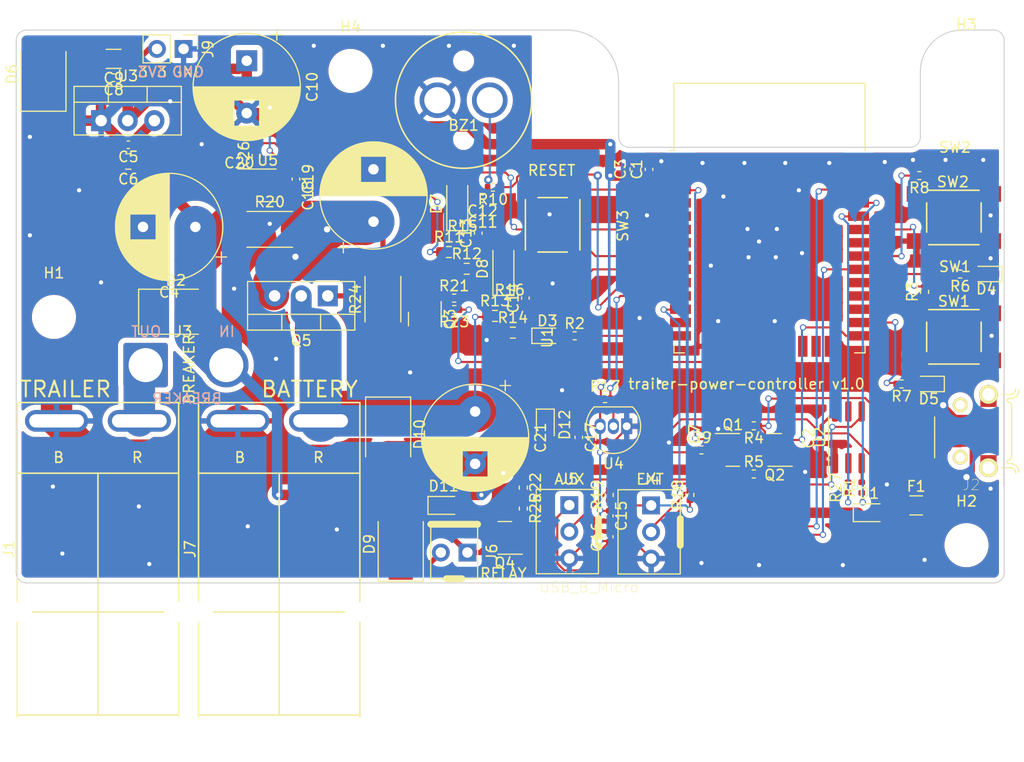
<source format=kicad_pcb>
(kicad_pcb (version 20211014) (generator pcbnew)
  (layers (0 "F.Cu" signal) (31 "B.Cu" signal) (34 "B.Paste" user) (35 "F.Paste" user) (36 "B.SilkS" user "B.Silkscreen") (37 "F.SilkS" user "F.Silkscreen") (38 "B.Mask" user) (39 "F.Mask" user) (44 "Edge.Cuts" user))
  (net 0 "")
  (net 1 "Net-(BZ1-Pad1)")
  (net 2 "GND")
  (net 3 "+3V3")
  (net 4 "/VEHICLE+")
  (net 5 "/EN")
  (net 6 "/VEHICLE_SENSE")
  (net 7 "/BATTERY_SENSE")
  (net 8 "Net-(C18-Pad1)")
  (net 9 "/LOAD_SENSE")
  (net 10 "/BATTERY+")
  (net 11 "Net-(D1-Pad2)")
  (net 12 "Net-(D3-Pad2)")
  (net 13 "Net-(D4-Pad2)")
  (net 14 "Net-(D5-Pad2)")
  (net 15 "Net-(D7-Pad1)")
  (net 16 "Net-(D8-Pad1)")
  (net 17 "/RELAY_OUT")
  (net 18 "Net-(J1-Pad1)")
  (net 19 "/USB_DP")
  (net 21 "/TEMP_EXTERNAL")
  (net 22 "/TEMP_AUX")
  (net 23 "Net-(Q1-Pad1)")
  (net 24 "/USB_RTS")
  (net 25 "Net-(Q2-Pad1)")
  (net 26 "/IO0")
  (net 27 "/USB_DTR")
  (net 28 "Net-(Q3-Pad1)")
  (net 29 "Net-(Q3-Pad3)")
  (net 30 "Net-(Q4-Pad1)")
  (net 31 "Net-(R1-Pad1)")
  (net 32 "/USB_RX")
  (net 33 "Net-(R2-Pad2)")
  (net 34 "Net-(R3-Pad1)")
  (net 35 "Net-(R3-Pad2)")
  (net 36 "Net-(R6-Pad2)")
  (net 37 "Net-(R7-Pad2)")
  (net 38 "Net-(R8-Pad1)")
  (net 39 "Net-(R8-Pad2)")
  (net 40 "/BUZZER")
  (net 41 "/TEMP_INTERAL")
  (net 42 "/CHARGE_EN")
  (net 43 "/RELAY_EN")
  (net 44 "Net-(R26-Pad1)")
  (net 57 "/USB_TX")
  (net 67 "Net-(R27-Pad1)")
  (net 68 "/USB_DN")
  (net 71 "Net-(F1-Pad2)")
  (footprint "Resistor_SMD:R_0402_1005Metric" (layer "F.Cu") (at 92.9 83.6)
    (fp_text reference "R16")
    (fp_text value "100")
  )
  (footprint "Resistor_SMD:R_0402_1005Metric" (layer "F.Cu") (at 110.1 102 90)
    (fp_text reference "R18")
    (fp_text value "4k7")
  )
  (footprint "Capacitor_SMD:C_0402_1005Metric" (layer "F.Cu") (at 90.3 73.7 180)
    (fp_text reference "C12")
    (fp_text value "100nF")
  )
  (footprint "Package_TO_SOT_SMD:SOT-23" (layer "F.Cu") (at 114.2 97.7)
    (fp_text reference "Q1")
    (fp_text value "Q_NPN_BEC")
  )
  (footprint "Capacitor_SMD:C_0402_1005Metric" (layer "F.Cu") (at 72.5 71.832323 -90)
    (fp_text reference "C19")
    (fp_text value "100nF")
  )
  (footprint "Package_TO_SOT_SMD:SOT-23" (layer "F.Cu") (at 84.8 85.2 -90)
    (fp_text reference "Q3")
    (fp_text value "AO3400A")
  )
  (footprint "Diode_SMD:D_MiniMELF" (layer "F.Cu") (at 92.3 80.4 90)
    (fp_text reference "D8")
    (fp_text value "D_Zener")
  )
  (footprint "Diode_SMD:D_MiniMELF" (layer "F.Cu") (at 87.9 74.2 90)
    (fp_text reference "D7")
    (fp_text value "D_Zener")
  )
  (footprint "Resistor_SMD:R_0402_1005Metric" (layer "F.Cu") (at 111.2 97.7)
    (fp_text reference "R9")
    (fp_text value "10k")
  )
  (footprint "Fuse:Fuse_1206_3216Metric_Pad1.42x1.75mm_HandSolder" (layer "F.Cu") (at 131.7 103)
    (fp_text reference "F1")
    (fp_text value "1A Polyfuse")
  )
  (footprint "Resistor_SMD:R_0603_1608Metric" (layer "F.Cu") (at 88.8 80.4)
    (fp_text reference "R12")
    (fp_text value "36k")
  )
  (footprint "Resistor_SMD:R_0402_1005Metric" (layer "F.Cu") (at 125.2 101.3 90)
    (fp_text reference "R27")
    (fp_text value "470")
  )
  (footprint "Package_TO_SOT_THT:TO-92_Inline" (layer "F.Cu") (at 104.07 95.44 180)
    (fp_text reference "U4")
    (fp_text value "DS18B20")
  )
  (footprint "Resistor_SMD:R_0603_1608Metric" (layer "F.Cu") (at 91.5 84.9)
    (fp_text reference "R13")
    (fp_text value "160k")
  )
  (footprint "LED_SMD:LED_0603_1608Metric" (layer "F.Cu") (at 132.9 91.4 180)
    (fp_text reference "D5")
    (fp_text value "LED")
  )
  (footprint "Package_TO_SOT_SMD:SOT-23" (layer "F.Cu") (at 118.2 97.7 180)
    (fp_text reference "Q2")
    (fp_text value "Q_NPN_BEC")
  )
  (footprint "Package_TO_SOT_THT:TO-220-3_Vertical" (layer "F.Cu") (at 53.9 66.25)
    (fp_text reference "U3")
    (fp_text value "BA033T")
  )
  (footprint "Resistor_SMD:R_0402_1005Metric" (layer "F.Cu") (at 99.1 86.8)
    (fp_text reference "R2")
    (fp_text value "1k")
  )
  (footprint "Homebrew:SW_TACTILE_5.1MM_TS-1187A-C-D-B" (layer "F.Cu") (at 97 76.2 -90)
    (fp_text reference "SW3")
    (fp_text value "SW_Push")
  )
  (footprint "Diode_SMD:D_SMB" (layer "F.Cu") (at 81.3 96.2 -90)
    (fp_text reference "D10")
    (fp_text value "D_TVS_16V")
  )
  (footprint "Diode_SMD:D_SOD-323" (layer "F.Cu") (at 96.3 95.3 -90)
    (fp_text reference "D12")
    (fp_text value "D")
  )
  (footprint "Package_TO_SOT_SMD:SOT-23" (layer "F.Cu") (at 92.4375 106.1 180)
    (fp_text reference "Q4")
    (fp_text value "AO3400A")
  )
  (footprint "Diode_SMD:D_SMB" (layer "F.Cu") (at 82.5 106.7 90)
    (fp_text reference "D9")
    (fp_text value "D_TVS_16V")
  )
  (footprint "Diode_SMD:D_SMB" (layer "F.Cu") (at 61.032323 84.5)
    (fp_text reference "D2")
    (fp_text value "D_TVS_16V")
  )
  (footprint "Capacitor_THT:CP_Radial_D10.0mm_P5.00mm" (layer "F.Cu") (at 79.9 75.9 90)
    (fp_text reference "C18")
    (fp_text value "470uF")
  )
  (footprint "Resistor_SMD:R_2512_6332Metric_Pad1.40x3.35mm_HandSolder" (layer "F.Cu") (at 70 76.632323)
    (fp_text reference "R20")
    (fp_text value "10mOhm")
  )
  (footprint "Resistor_SMD:R_0402_1005Metric" (layer "F.Cu") (at 87.6 84.3 180)
    (fp_text reference "R23")
    (fp_text value "100")
  )
  (footprint "Resistor_SMD:R_0402_1005Metric" (layer "F.Cu") (at 116.2 95.4 180)
    (fp_text reference "R4")
    (fp_text value "10k")
  )
  (footprint "Resistor_SMD:R_2512_6332Metric_Pad1.40x3.35mm_HandSolder" (layer "F.Cu") (at 80.8 83.3 90)
    (fp_text reference "R24")
    (fp_text value "1k 0.5W")
  )
  (footprint "Capacitor_SMD:C_0402_1005Metric" (layer "F.Cu") (at 55.1 62.15 180)
    (fp_text reference "C8")
    (fp_text value "100nF")
  )
  (footprint "Homebrew:SW_TACTILE_5.1MM_TS-1187A-C-D-B" (layer "F.Cu") (at 135.3 75.5)
    (fp_text reference "SW2")
    (fp_text value "SW_Push")
  )
  (footprint "Capacitor_SMD:C_0402_1005Metric" (layer "F.Cu") (at 56.5 68.55 180)
    (fp_text reference "C5")
    (fp_text value "100nF")
  )
  (footprint "Resistor_SMD:R_0402_1005Metric" (layer "F.Cu") (at 88.4 77.5)
    (fp_text reference "R15")
    (fp_text value "100")
  )
  (footprint "Resistor_SMD:R_0402_1005Metric" (layer "F.Cu") (at 126.5 101.3 90)
    (fp_text reference "R1")
    (fp_text value "470")
  )
  (footprint "Capacitor_SMD:C_0402_1005Metric" (layer "F.Cu") (at 90.3 74.8 180)
    (fp_text reference "C11")
    (fp_text value "100nF")
  )
  (footprint "Diode_SMD:D_SOD-323" (layer "F.Cu") (at 86.6 103)
    (fp_text reference "D11")
    (fp_text value "D")
  )
  (footprint "Package_SO:SOIC-16_3.9x9.9mm_P1.27mm" (layer "F.Cu") (at 128.4 96.5 90)
    (fp_text reference "U2")
    (fp_text value "CH340C")
  )
  (footprint "Connector_PinHeader_2.54mm:PinHeader_1x02_P2.54mm_Vertical" (layer "F.Cu") (at 61.775 59.4 -90)
    (fp_text reference "J9")
    (fp_text value "Conn_01x02")
  )
  (footprint "Homebrew:MURATA_PKM13EPYH4000-A0" (layer "F.Cu") (at 88.5 64.3 180)
    (fp_text reference "BZ1")
    (fp_text value "Buzzer")
  )
  (footprint "Homebrew:Anderson_1336G1_right_angle_bottom_two" (layer "F.Cu") (at 53.6 94.925 180)
    (fp_text reference "J1")
    (fp_text value "Anderson_two_redblack_src")
  )
  (footprint "Resistor_SMD:R_0402_1005Metric" (layer "F.Cu") (at 87.6 83.2)
    (fp_text reference "R21")
    (fp_text value "10k")
  )
  (footprint "Resistor_SMD:R_0402_1005Metric" (layer "F.Cu") (at 102 92.8)
    (fp_text reference "R17")
    (fp_text value "4k7")
  )
  (footprint "Homebrew:Anderson_1336G1_right_angle_bottom_two" (layer "F.Cu") (at 70.9 94.925 180)
    (fp_text reference "J7")
    (fp_text value "Anderson_two_redblack_sink")
  )
  (footprint "Resistor_SMD:R_0402_1005Metric" (layer "F.Cu") (at 130.3 91.4 180)
    (fp_text reference "R7")
    (fp_text value "1k")
  )
  (footprint "Resistor_SMD:R_0603_1608Metric" (layer "F.Cu") (at 87.1 78.8)
    (fp_text reference "R11")
    (fp_text value "160k")
  )
  (footprint "Resistor_SMD:R_0402_1005Metric" (layer "F.Cu") (at 116.2 100)
    (fp_text reference "R5")
    (fp_text value "10k")
  )
  (footprint "Homebrew:SW_TACTILE_5.1MM_TS-1187A-C-D-B" (layer "F.Cu") (at 135.3 86.9)
    (fp_text reference "SW1")
    (fp_text value "SW_Push")
  )
  (footprint "Capacitor_SMD:C_0402_1005Metric" (layer "F.Cu") (at 67.1 69.132323 180)
    (fp_text reference "C20")
    (fp_text value "100nF")
  )
  (footprint "Capacitor_SMD:C_0603_1608Metric" (layer "F.Cu") (at 104.90061 70.9 90)
    (fp_text reference "C3")
    (fp_text value "10uF")
  )
  (footprint "Capacitor_SMD:C_0402_1005Metric" (layer "F.Cu") (at 99.5 96.5 -90)
    (fp_text reference "C17")
    (fp_text value "100nF")
  )
  (footprint "Homebrew:MiniPV_69167-X03XXX_1x03_P2.54mm_Polarized_Vertical" (layer "F.Cu") (at 98.59 102.975)
    (fp_text reference "J5")
    (fp_text value "Conn_01x03")
  )
  (footprint "Diode_SMD:D_SOD-323" (layer "F.Cu") (at 127.2 103.7)
    (fp_text reference "D1")
    (fp_text value "D")
  )
  (footprint "Capacitor_THT:CP_Radial_D10.0mm_P5.00mm" (layer "F.Cu") (at 67.8 60.532323 -90)
    (fp_text reference "C10")
    (fp_text value "470uF")
  )
  (footprint "Homebrew:MiniPV_76384-X02XX_1x02_P2.54mm_Vertical" (layer "F.Cu") (at 88.87 107.5 -90)
    (fp_text reference "J6")
    (fp_text value "Conn_01x02")
  )
  (footprint "RF_Module:ESP32-WROOM-32" (layer "F.Cu") (at 117.7 78.55)
    (fp_text reference "U1")
    (fp_text value "ESP32-WROOM-32")
  )
  (footprint "Homebrew:MiniPV_69167-X03XXX_1x03_P2.54mm_Polarized_Vertical" (layer "F.Cu") (at 106.4 103)
    (fp_text reference "J4")
    (fp_text value "Conn_01x03")
  )
  (footprint "LED_SMD:LED_0603_1608Metric" (layer "F.Cu") (at 138.4 80.9 180)
    (fp_text reference "D4")
    (fp_text value "LED")
  )
  (footprint "Homebrew:SolderWire-12AWG_1x02" (layer "F.Cu") (at 58.15 89.6)
    (fp_text reference "J3")
    (fp_text value "Conn_01x02")
  )
  (footprint "Resistor_SMD:R_0402_1005Metric" (layer "F.Cu") (at 132 71.5 180)
    (fp_text reference "R8")
    (fp_text value "1k")
  )
  (footprint "Diode_SMD:D_SMB" (layer "F.Cu") (at 48.4 61.8 90)
    (fp_text reference "D6")
    (fp_text value "D_TVS_3V3")
  )
  (footprint "Capacitor_SMD:C_1206_3216Metric" (layer "F.Cu") (at 55.1 60.35 180)
    (fp_text reference "C9")
    (fp_text value "22uF 5v")
  )
  (footprint "Resistor_SMD:R_0402_1005Metric" (layer "F.Cu") (at 94.2 103.3 -90)
    (fp_text reference "R25")
    (fp_text value "100")
  )
  (footprint "MountingHole:MountingHole_3.2mm_M3" (layer "F.Cu") (at 136.5 61.3)
    (fp_text reference "H3")
    (fp_text value "MountingHole")
  )
  (footprint "Resistor_SMD:R_0402_1005Metric" (layer "F.Cu") (at 91.3 72.6 180)
    (fp_text reference "R10")
    (fp_text value "47")
  )
  (footprint "Resistor_SMD:R_0603_1608Metric" (layer "F.Cu") (at 93.2 86.5)
    (fp_text reference "R14")
    (fp_text value "36k")
  )
  (footprint "Capacitor_SMD:C_0402_1005Metric" (layer "F.Cu") (at 102.4 106 90)
    (fp_text reference "C16")
    (fp_text value "100nF")
  )
  (footprint "Capacitor_THT:CP_Radial_D10.0mm_P5.00mm" (layer "F.Cu") (at 89.6 94.032323 -90)
    (fp_text reference "C21")
    (fp_text value "470uF")
  )
  (footprint "Package_TO_SOT_THT:TO-220-3_Vertical" (layer "F.Cu") (at 75.54 82.987323 180)
    (fp_text reference "Q5")
    (fp_text value "IRF4905")
  )
  (footprint "LED_SMD:LED_0603_1608Metric" (layer "F.Cu") (at 96.5 86.8)
    (fp_text reference "D3")
    (fp_text value "LED")
  )
  (footprint "Resistor_SMD:R_0402_1005Metric" (layer "F.Cu") (at 94.2 101.3 -90)
    (fp_text reference "R22")
    (fp_text value "10k")
  )
  (footprint "Resistor_SMD:R_0402_1005Metric" (layer "F.Cu") (at 135.9 80.9 180)
    (fp_text reference "R6")
    (fp_text value "1k")
  )
  (footprint "Resistor_SMD:R_0402_1005Metric" (layer "F.Cu") (at 68.7 69.632323 90)
    (fp_text reference "R26")
    (fp_text value "100")
  )
  (footprint "Capacitor_SMD:C_0402_1005Metric" (layer "F.Cu") (at 94.4 83.2 90)
    (fp_text reference "C14")
    (fp_text value "10nF")
  )
  (footprint "Capacitor_SMD:C_0402_1005Metric" (layer "F.Cu") (at 89.9 77 90)
    (fp_text reference "C13")
    (fp_text value "10nF")
  )
  (footprint "Capacitor_SMD:C_0402_1005Metric" (layer "F.Cu") (at 111.7 96.2 90)
    (fp_text reference "C7")
    (fp_text value "4.7uF")
  )
  (footprint "Capacitor_SMD:C_0402_1005Metric" (layer "F.Cu") (at 122.6 96.6 90)
    (fp_text reference "C2")
    (fp_text value "100nF")
  )
  (footprint "Capacitor_SMD:C_0402_1005Metric" (layer "F.Cu") (at 102.4 104 -90)
    (fp_text reference "C15")
    (fp_text value "100nF")
  )
  (footprint "Resistor_SMD:R_0402_1005Metric" (layer "F.Cu") (at 102.4 102 90)
    (fp_text reference "R19")
    (fp_text value "4k7")
  )
  (footprint "Capacitor_SMD:C_0402_1005Metric" (layer "F.Cu") (at 106.20061 70.9 90)
    (fp_text reference "C1")
    (fp_text value "100nF")
  )
  (footprint "Homebrew:FRAMATOME_10118194-0001LF_fixed_bridges" (layer "F.Cu") (at 138.6 95.9 90)
    (fp_text reference "J2")
    (fp_text value "USB_B_Micro")
  )
  (footprint "MountingHole:MountingHole_3.2mm_M3" (layer "F.Cu") (at 77.7 61.5)
    (fp_text reference "H4")
    (fp_text value "MountingHole")
  )
  (footprint "Capacitor_SMD:C_0805_2012Metric" (layer "F.Cu") (at 56.5 70.15 180)
    (fp_text reference "C6")
    (fp_text value "10uF 25v")
  )
  (footprint "Capacitor_THT:CP_Radial_D10.0mm_P5.00mm" (layer "F.Cu") (at 62.9 76.4 180)
    (fp_text reference "C4")
    (fp_text value "470uF")
  )
  (footprint "MountingHole:MountingHole_3.2mm_M3" (layer "F.Cu") (at 49.4 85)
    (fp_text reference "H1")
    (fp_text value "MountingHole")
  )
  (footprint "Package_TO_SOT_SMD:SOT-23-5" (layer "F.Cu") (at 69.8 72.432323)
    (fp_text reference "U5")
    (fp_text value "INA180")
  )
  (footprint "MountingHole:MountingHole_3.2mm_M3" (layer "F.Cu") (at 136.5 106.8)
    (fp_text reference "H2")
    (fp_text value "MountingHole")
  )
  (footprint "Resistor_SMD:R_0402_1005Metric" (layer "F.Cu") (at 132.5 82.6 90)
    (fp_text reference "R3")
    (fp_text value "1k")
  )
  (gr_arc (start 98.430309 57.6) (mid 101.916471 59.132503) (end 103.297915 62.681235) (layer "Edge.Cuts") (width 0.1))
  (gr_arc (start 140.1 109.4) (mid 139.807107 110.107107) (end 139.1 110.4) (layer "Edge.Cuts") (width 0.1))
  (gr_arc (start 46.8 110.4) (mid 46.092893 110.107107) (end 45.8 109.4) (layer "Edge.Cuts") (width 0.1))
  (gr_arc (start 132.1 67.8) (mid 131.807107 68.507107) (end 131.1 68.8) (layer "Edge.Cuts") (width 0.1))
  (gr_arc (start 132.1 61.56885) (mid 133.267731 58.760262) (end 136.079413 57.6) (layer "Edge.Cuts") (width 0.1))
  (gr_line (start 104.3 68.8) (end 131.1 68.8) (layer "Edge.Cuts") (width 0.1))
  (gr_line (start 46.8 110.4) (end 139.1 110.4) (layer "Edge.Cuts") (width 0.1))
  (gr_line (start 46.8 57.6) (end 98.430309 57.6) (layer "Edge.Cuts") (width 0.1))
  (gr_arc (start 104.3 68.8) (mid 103.592893 68.507107) (end 103.3 67.8) (layer "Edge.Cuts") (width 0.1))
  (gr_line (start 132.1 67.8) (end 132.1 61.56885) (layer "Edge.Cuts") (width 0.1))
  (gr_line (start 140.1 109.4) (end 140.1 58.6) (layer "Edge.Cuts") (width 0.1))
  (gr_arc (start 139.1 57.6) (mid 139.807107 57.892893) (end 140.1 58.6) (layer "Edge.Cuts") (width 0.1))
  (gr_line (start 45.8 109.4) (end 45.8 58.6) (layer "Edge.Cuts") (width 0.1))
  (gr_line (start 103.297915 62.681235) (end 103.3 67.8) (layer "Edge.Cuts") (width 0.1))
  (gr_line (start 136.079413 57.6) (end 139.1 57.6) (layer "Edge.Cuts") (width 0.1))
  (gr_arc (start 45.8 58.6) (mid 46.092893 57.892893) (end 46.8 57.6) (layer "Edge.Cuts") (width 0.1))
  (gr_text "3V3" (at 58.8 61.6) (layer "B.SilkS") (effects (font (size 1 1)) (justify mirror)))
  (gr_text "IN" (at 65.9 86.4) (layer "B.SilkS") (effects (font (size 1 1)) (justify mirror)))
  (gr_text "OUT" (at 58.2 86.4) (layer "B.SilkS") (effects (font (size 1 1)) (justify mirror)))
  (gr_text "BREAKER" (at 62.1 92.8) (layer "B.SilkS") (effects (font (size 1 1)) (justify mirror)))
  (gr_text "GND" (at 62.2 61.6) (layer "B.SilkS") (effects (font (size 1 1)) (justify mirror)))
  (gr_text "trailer-power-controller v1.0" (at 115.5 91.4) (layer "F.SilkS") (effects (font (size 1 1))))
  (gr_text "SW2" (at 135.2 72.1) (layer "F.SilkS") (effects (font (size 1 1))))
  (gr_text "EXT" (at 106.3 100.5) (layer "F.SilkS") (effects (font (size 1 1))))
  (gr_text "SW1" (at 135.3 83.5) (layer "F.SilkS") (effects (font (size 1 1))))
  (gr_text "RELAY" (at 92.3 109.5) (layer "F.SilkS") (effects (font (size 1 1))))
  (gr_text "TRAILER" (at 50.5 91.9) (layer "F.SilkS") (effects (font (size 1.5 1.5) (thickness 0.2))))
  (gr_text "BREAKER" (at 62.3 90 90) (layer "F.SilkS") (effects (font (size 1 1))))
  (gr_text "BATTERY" (at 73.8 91.9) (layer "F.SilkS") (effects (font (size 1.5 1.5) (thickness 0.2))))
  (gr_text "AUX" (at 98.6 100.5) (layer "F.SilkS") (effects (font (size 1 1))))
  (gr_text "3V3" (at 58.8 61.6) (layer "F.SilkS") (effects (font (size 1 1))))
  (gr_text "GND" (at 62.2 61.6) (layer "F.SilkS") (effects (font (size 1 1))))
  (gr_text "RESET" (at 96.9 71) (layer "F.SilkS") (effects (font (size 1 1))))
  (segment (start 90.79 71.973622) (end 90.864122 71.8995) (width 0.2) (layer "F.Cu") (net 1))
  (segment (start 90.78 74.8) (end 90.78 72.63) (width 0.2) (layer "F.Cu") (net 1))
  (segment (start 90.78 72.63) (end 90.81 72.6) (width 0.2) (layer "F.Cu") (net 1))
  (segment (start 90.79 72.6) (end 90.79 71.973622) (width 0.2) (layer "F.Cu") (net 1))
  (via (at 90.864122 71.8995) (size 0.8) (drill 0.4) (layers "F.Cu" "B.Cu") (net 1))
  (segment (start 91 64.3) (end 91 71.763622) (width 0.2) (layer "B.Cu") (net 1))
  (segment (start 91 71.763622) (end 90.864122 71.8995) (width 0.2) (layer "B.Cu") (net 1))
  (segment (start 58.882323 77.382323) (end 57.9 76.4) (width 3) (layer "F.Cu") (net 2))
  (segment (start 102.4 104.48) (end 102.8 104.48) (width 0.2) (layer "F.Cu") (net 2))
  (segment (start 116.7 77.795) (end 116.7 73.4) (width 1) (layer "F.Cu") (net 2))
  (segment (start 122.6 97.08) (end 122.6 97.62) (width 0.25) (layer "F.Cu") (net 2))
  (segment (start 53.9 60.625) (end 53.625 60.35) (width 1) (layer "F.Cu") (net 2))
  (segment (start 119.205 70.295) (end 123.405 70.295) (width 1) (layer "F.Cu") (net 2))
  (segment (start 102.755 96.98) (end 104.07 95.665) (width 0.2) (layer "F.Cu") (net 2))
  (segment (start 137.049022 94.6) (end 137.053511 94.604489) (width 0.5) (layer "F.Cu") (net 2))
  (segment (start 115.305 70.295) (end 119.205 70.295) (width 1) (layer "F.Cu") (net 2))
  (segment (start 109.2 70.295) (end 111.305 70.295) (width 1) (layer "F.Cu") (net 2))
  (segment (start 73.403503 70.125) (end 87.111545 70.125) (width 1) (layer "F.Cu") (net 2))
  (segment (start 67.8 65.532323) (end 68.810826 65.532323) (width 1) (layer "F.Cu") (net 2))
  (segment (start 93.7 78.65) (end 94.75 79.7) (width 0.2) (layer "F.Cu") (net 2))
  (segment (start 66.95 94.925) (end 66.95 95.55) (width 3) (layer "F.Cu") (net 2))
  (segment (start 102.8 104.48) (end 106.4 108.08) (width 0.2) (layer "F.Cu") (net 2))
  (segment (start 72.5 72.312323) (end 68.7825 72.312323) (width 0.2) (layer "F.Cu") (net 2))
  (segment (start 53.9 66.25) (end 53.9 62.3) (width 1) (layer "F.Cu") (net 2))
  (segment (start 87.111545 70.125) (end 87.485577 70.499032) (width 1) (layer "F.Cu") (net 2))
  (segment (start 49.65 90.89) (end 56.04 84.5) (width 3) (layer "F.Cu") (net 2))
  (segment (start 61.55 98.35) (end 69.75 98.35) (width 3) (layer "F.Cu") (net 2))
  (segment (start 68.810826 65.532323) (end 73.403503 70.125) (width 1) (layer "F.Cu") (net 2))
  (segment (start 69.75 98.35) (end 70.1 98.7) (width 3) (layer "F.Cu") (net 2))
  (segment (start 104.07 95.665) (end 104.07 95.44) (width 0.2) (layer "F.Cu") (net 2))
  (segment (start 49.65 94.925) (end 49.65 90.89) (width 3) (layer "F.Cu") (net 2))
  (segment (start 135.925 94.6) (end 137.049022 94.6) (width 0.5) (layer "F.Cu") (net 2))
  (segment (start 66.667677 64.4) (end 67.8 65.532323) (width 1) (layer "F.Cu") (net 2))
  (segment (start 104.90061 70.125) (end 107.375 70.125) (width 1) (layer "F.Cu") (net 2))
  (segment (start 116.7 73.4) (end 113.595 70.295) (width 1) (layer "F.Cu") (net 2))
  (segment (start 56.04 84.5) (end 58.882323 84.5) (width 3) (layer "F.Cu") (net 2))
  (segment (start 107.375 70.125) (end 109.03 70.125) (width 1) (layer "F.Cu") (net 2))
  (segment (start 89.82 76.44) (end 89.9 76.52) (width 0.2) (layer "F.Cu") (net 2))
  (segment (start 89.514424 70.499031) (end 89.888455 70.125) (width 1) (layer "F.Cu") (net 2))
  (segment (start 89.888455 70.125) (end 103.775 70.125) (width 1) (layer "F.Cu") (net 2))
  (segment (start 55.55 67.9) (end 53.9 66.25) (width 1) (layer "F.Cu") (net 2))
  (segment (start 53.9 62.3) (end 54.4 62.3) (width 1) (layer "F.Cu") (net 2))
  (segment (start 57.9 76.4) (end 55.55 74.05) (width 1) (layer "F.Cu") (net 2))
  (segment (start 81.3 98.35) (end 88.917677 98.35) (width 3) (layer "F.Cu") (net 2))
  (segment (start 135.45 94.6) (end 134.275 93.425) (width 0.5) (layer "F.Cu") (net 2))
  (segment (start 123.405 70.295) (end 126.2 70.295) (width 1) (layer "F.Cu") (net 2))
  (segment (start 55.55 70.15) (end 55.55 67.9) (width 1) (layer "F.Cu") (net 2))
  (segment (start 93.375 105.15) (end 93.375 102.807323) (width 0.5) (layer "F.Cu") (net 2))
  (segment (start 99.5 96.98) (end 102.755 96.98) (width 0.2) (layer "F.Cu") (net 2))
  (segment (start 102.4 105.52) (end 101.125 105.52) (width 0.2) (layer "F.Cu") (net 2))
  (segment (start 61.4 98.2) (end 61.55 98.35) (width 3) (layer "F.Cu") (net 2))
  (segment (start 109.03 70.125) (end 109.2 70.295) (width 1) (layer "F.Cu") (net 2))
  (segment (start 103.775 70.125) (end 104.90061 70.125) (width 1) (layer "F.Cu") (net 2))
  (segment (start 63.675 98.2) (end 66.95 94.925) (width 3) (layer "F.Cu") (net 2))
  (segment (start 50.7 66.25) (end 48.4 63.95) (width 1) (layer "F.Cu") (net 2))
  (segment (start 101.125 105.52) (end 98.59 108.055) (width 0.2) (layer "F.Cu") (net 2))
  (segment (start 53.9 66.25) (end 50.7 66.25) (width 1) (layer "F.Cu") (net 2))
  (segment (start 137.053511 94.604489) (end 137.053511 99.746489) (width 0.5) (layer "F.Cu") (net 2))
  (segment (start 55.55 74.05) (end 55.55 70.15) (width 1) (layer "F.Cu") (net 2))
  (segment (start 66.95 95.55) (end 69.75 98.35) (width 3) (layer "F.Cu") (net 2))
  (segment (start 52.925 98.2) (end 61.4 98.2) (width 3) (layer "F.Cu") (net 2))
  (segment (start 89.82 73.7) (end 89.82 76.44) (width 0.2) (layer "F.Cu") (net 2))
  (segment (start 92.3 78.65) (end 93.7 78.65) (width 0.2) (layer "F.Cu") (net 2))
  (segment (start 68.7825 72.312323) (end 68.6625 72.432323) (width 0.2) (layer "F.Cu") (net 2))
  (segment (start 135.925 94.6) (end 135.45 94.6) (width 0.5) (layer "F.Cu") (net 2))
  (segment (start 49.65 94.925) (end 52.925 98.2) (width 3) (layer "F.Cu") (net 2))
  (segment (start 61.4 98.2) (end 63.675 98.2) (width 3) (layer "F.Cu") (net 2))
  (segment (start 137.053511 99.746489) (end 136.5 100.3) (width 0.5) (layer "F.Cu") (net 2))
  (segment (start 111.305 70.295) (end 113.595 70.295) (width 1) (layer "F.Cu") (net 2))
  (segment (start 88.917677 98.35) (end 89.6 99.032323) (width 3) (layer "F.Cu") (net 2))
  (segment (start 113.595 70.295) (end 115.305 70.295) (width 1) (layer "F.Cu") (net 2))
  (segment (start 60.5 64.4) (end 66.667677 64.4) (width 1) (layer "F.Cu") (net 2))
  (segment (start 53.9 62.3) (end 53.9 60.625) (width 1) (layer "F.Cu") (net 2))
  (segment (start 93.375 102.807323) (end 89.6 99.032323) (width 0.5) (layer "F.Cu") (net 2))
  (segment (start 70.1 98.7) (end 80.95 98.7) (width 3) (layer "F.Cu") (net 2))
  (segment (start 134.275 93.425) (end 133.6875 92.8375) (width 0.5) (layer "F.Cu") (net 2))
  (segment (start 133.6875 92.8375) (end 133.6875 91.4) (width 0.5) (layer "F.Cu") (net 2))
  (segment (start 122.6 97.62) (end 123.955 98.975) (width 0.25) (layer "F.Cu") (net 2))
  (segment (start 87.485577 70.499032) (end 89.514424 70.499031) (width 1) (layer "F.Cu") (net 2))
  (segment (start 80.95 98.7) (end 81.3 98.35) (width 3) (layer "F.Cu") (net 2))
  (segment (start 58.882323 84.5) (end 58.882323 77.382323) (width 3) (layer "F.Cu") (net 2))
  (via (at 80.8 59.1) (size 0.6) (drill 0.4) (layers "F.Cu" "B.Cu") (net 2))
  (via (at 115.6 76.6) (size 0.6) (drill 0.4) (layers "F.Cu" "B.Cu") (net 2))
  (via (at 47.1 67.8) (size 0.6) (drill 0.4) (layers "F.Cu" "B.Cu") (net 2))
  (via (at 112.8 95.7) (size 0.6) (drill 0.4) (layers "F.Cu" "B.Cu") (net 2))
  (via (at 132.5 108.2) (size 0.6) (drill 0.4) (layers "F.Cu" "B.Cu") (net 2))
  (via (at 116.7 77.795) (size 0.6) (drill 0.4) (layers "F.Cu" "B.Cu") (net 2))
  (via (at 112.8 85.4) (size 0.6) (drill 0.4) (layers "F.Cu" "B.Cu") (net 2))
  (via (at 47.1 77.2) (size 0.6) (drill 0.4) (layers "F.Cu" "B.Cu") (net 2))
  (via (at 53.9 81.7) (size 0.6) (drill 0.4) (layers "F.Cu" "B.Cu") (net 2))
  (via (at 115.305 70.295) (size 0.6) (drill 0.4) (layers "F.Cu" "B.Cu") (net 2))
  (via (at 58.5 108.6) (size 0.6) (drill 0.4) (layers "F.Cu" "B.Cu") (net 2))
  (via (at 115.7 79.3) (size 0.6) (drill 0.4) (layers "F.Cu" "B.Cu") (net 2))
  (via (at 128.7 70.2) (size 0.6) (drill 0.4) (layers "F.Cu" "B.Cu") (net 2))
  (via (at 138.9 86.8) (size 0.6) (drill 0.4) (layers "F.Cu" "B.Cu") (net 2))
  (via (at 90.7 87.2) (size 0.6) (drill 0.4) (layers "F.Cu" "B.Cu") (net 2))
  (via (at 66.6 82.3) (size 0.6) (drill 0.4) (layers "F.Cu" "B.Cu") (net 2))
  (via (at 121.1 99.8) (size 0.6) (drill 0.4) (layers "F.Cu" "B.Cu") (net 2))
  (via (at 112.1 80.1) (size 0.6) (drill 0.4) (layers "F.Cu" "B.Cu") (net 2))
  (via (at 107.2 91.2) (size 0.6) (drill 0.4) (layers "F.Cu" "B.Cu") (net 2))
  (via (at 120.8 78.9) (size 0.6) (drill 0.4) (layers "F.Cu" "B.Cu") (net 2))
  (via (at 93.3 59.1) (size 0.6) (drill 0.4) (layers "F.Cu" "B.Cu") (net 2))
  (via (at 108.1 97) (size 0.6) (drill 0.4) (layers "F.Cu" "B.Cu") (net 2))
  (via (at 83.4 90.3) (size 0.6) (drill 0.4) (layers "F.Cu" "B.Cu") (net 2))
  (via (at 118.3 79.3) (size 0.6) (drill 0.4) (layers "F.Cu" "B.Cu") (net 2))
  (via (at 131.4 70) (size 0.6) (drill 0.4) (layers "F.Cu" "B.Cu") (net 2))
  (via (at 138.8 79.4) (size 0.6) (drill 0.4) (layers "F.Cu" "B.Cu") (net 2))
  (via (at 105.3 85.1) (size 0.6) (drill 0.4) (layers "F.Cu" "B.Cu") (net 2))
  (via (at 138.8 101.4) (size 0.6) (drill 0.4) (layers "F.Cu" "B.Cu") (net 2))
  (via (at 128.9 101) (size 0.6) (drill 0.4) (layers "F.Cu" "B.Cu") (net 2))
  (via (at 96.7 75.2) (size 0.6) (drill 0.4) (layers "F.Cu" "B.Cu") (net 2))
  (via (at 134.275 93.425) (size 1) (drill 0.6) (layers "F.Cu" "B.Cu") (net 2))
  (via (at 51.8 72.9) (size 0.6) (drill 0.4) (layers "F.Cu" "B.Cu") (net 2))
  (via (at 97.9 92) (size 0.6) (drill 0.4) (layers "F.Cu" "B.Cu") (net 2))
  (via (at 136.5 100.3) (size 1) (drill 0.6) (layers "F.Cu" "B.Cu") (net 2))
  (via (at 120.5 72.9) (size 0.6) (drill 0.4) (layers "F.Cu" "B.Cu") (net 2))
  (via (at 113.3 73.5) (size 0.6) (drill 0.4) (layers "F.Cu" "B.Cu") (net 2))
  (via (at 138.8 75.3) (size 0.6) (drill 0.4) (layers "F.Cu" "B.Cu") (net 2))
  (via (at 139 82.7) (size 0.6) (drill 0.4) (layers "F.Cu" "B.Cu") (net 2))
  (via (at 124.7 108.7) (size 0.6) (drill 0.4) (layers "F.Cu" "B.Cu") (net 2))
  (via (at 57.5 103.1) (size 0.6) (drill 0.4) (layers "F.Cu" "B.Cu") (net 2))
  (via (at 116.7 108.7) (size 0.6) (drill 0.4) (layers "F.Cu" "B.Cu") (net 2))
  (via (at 70 76.1) (size 0.6) (drill 0.4) (layers "F.Cu" "B.Cu") (net 2))
  (via (at 97 81.8) (size 0.6) (drill 0.4) (layers "F.Cu" "B.Cu") (net 2))
  (via (at 118.2 85.4) (size 0.6) (drill 0.4) (layers "F.Cu" "B.Cu") (net 2))
  (via (at 138.1 70) (size 0.6) (drill 0.4) (layers "F.Cu" "B.Cu") (net 2))
  (via (at 107.375 70.125) (size 0.6) (drill 0.4) (layers "F.Cu" "B.Cu") (net 2))
  (via (at 118.4 76.6) (size 0.6) (drill 0.4) (layers "F.Cu" "B.Cu") (net 2))
  (via (at 49.3 101.2) (size 0.6) (drill 0.4) (layers "F.Cu" "B.Cu") (net 2))
  (via (at 111.305 70.295) (size 0.6) (drill 0.4) (layers "F.Cu" "B.Cu") (net 2))
  (via (at 74.2 59.1) (size 0.6) (drill 0.4) (layers "F.Cu" "B.Cu") (net 2))
  (via (at 70.6 89) (size 0.6) (drill 0.4) (layers "F.Cu" "B.Cu") (net 2))
  (via (at 123.405 70.295) (size 0.6) (drill 0.4) (layers "F.Cu" "B.Cu") (net 2))
  (via (at 134.5 70) (size 0.6) (drill 0.4) (layers "F.Cu" "B.Cu") (net 2))
  (via (at 111.2 108.5) (size 0.6) (drill 0.4) (layers "F.Cu" "B.Cu") (net 2))
  (via (at 67.9 105) (size 0.6) (drill 0.4) (layers "F.Cu" "B.Cu") (net 2))
  (via (at 87.1 59.1) (size 0.6) (drill 0.4) (layers "F.Cu" "B.Cu") (net 2))
  (via (at 119.205 70.295) (size 0.6) (drill 0.4) (layers "F.Cu" "B.Cu") (net 2))
  (via (at 76.4 105.3) (size 0.6) (drill 0.4) (layers "F.Cu" "B.Cu") (net 2))
  (via (at 63.5 68.5) (size 0.6) (drill 0.4) (layers "F.Cu" "B.Cu") (net 2))
  (via (at 50.2 107.6) (size 0.6) (drill 0.4) (layers "F.Cu" "B.Cu") (net 2))
  (via (at 60.5 64.4) (size 0.8) (drill 0.4) (layers "F.Cu" "B.Cu") (net 2))
  (via (at 106 75.3) (size 0.6) (drill 0.4) (layers "F.Cu" "B.Cu") (net 2))
  (via (at 103.775 70.125) (size 0.6) (drill 0.4) (layers "F.Cu" "B.Cu") (net 2))
  (segment (start 79.700499 71.099501) (end 79.9 70.9) (width 3) (layer "B.Cu") (net 2))
  (segment (start 57.9 74.985787) (end 61.786286 71.099501) (width 3) (layer "B.Cu") (net 2))
  (segment (start 57.9 76.4) (end 57.9 74.985787) (width 3) (layer "B.Cu") (net 2))
  (segment (start 53.9 66.25) (end 55.75 64.4) (width 1) (layer "B.Cu") (net 2))
  (segment (start 61.786286 71.099501) (end 79.700499 71.099501) (width 3) (layer "B.Cu") (net 2))
  (segment (start 55.75 64.4) (end 60.5 64.4) (width 1) (layer "B.Cu") (net 2))
  (segment (start 70.9375 70.0375) (end 70 69.1) (width 0.2) (layer "F.Cu") (net 3))
  (segment (start 56.09 62.66) (end 55.59952 62.16952) (width 1) (layer "F.Cu") (net 3))
  (segment (start 127.765 98.634283) (end 127.765 98.975) (width 0.2) (layer "F.Cu") (net 3))
  (segment (start 102.4 106.48) (end 99.675489 109.204511) (width 0.2) (layer "F.Cu") (net 3))
  (segment (start 71.0675 71.352323) (end 70.9375 71.482323) (width 0.2) (layer "F.Cu") (net 3))
  (segment (start 102.4 103.52) (end 101.58 103.52) (width 0.2) (layer "F.Cu") (net 3))
  (segment (start 109.27952 94.78048) (end 106.13 97.93) (width 0.2) (layer "F.Cu") (net 3))
  (segment (start 56.44 62.66) (end 56.44 61.44) (width 1) (layer "F.Cu") (net 3))
  (segment (start 98.113856 109.204511) (end 97.440489 108.531144) (width 0.2) (layer "F.Cu") (net 3))
  (segment (start 102.4 102.51) (end 102.4 103.52) (width 0.2) (layer "F.Cu") (net 3))
  (segment (start 67.032323 61.3) (end 67.8 60.532323) (width 1) (layer "F.Cu") (net 3))
  (segment (start 122.6 95.38) (end 123.955 94.025) (width 0.25) (layer "F.Cu") (net 3))
  (segment (start 56.44 61.44) (end 58.48 59.4) (width 0.5) (layer "F.Cu") (net 3))
  (segment (start 101.53 97.93) (end 106.13 97.93) (width 0.2) (layer "F.Cu") (net 3))
  (segment (start 90.717091 68.5) (end 102.5 68.5) (width 1) (layer "F.Cu") (net 3))
  (segment (start 102.32 106.4) (end 102.4 106.48) (width 0.2) (layer "F.Cu") (net 3))
  (segment (start 54.97548 58.75048) (end 49.29952 58.75048) (width 1) (layer "F.Cu") (net 3))
  (segment (start 101.6 91.7) (end 101.6 92.69) (width 0.2) (layer "F.Cu") (net 3))
  (segment (start 102.5 71.5) (end 109.135 71.5) (width 1) (layer "F.Cu") (net 3))
  (segment (start 101.53 92.84) (end 101.53 95.44) (width 0.2) (layer "F.Cu") (net 3))
  (segment (start 121.26048 94.78048) (end 109.27952 94.78048) (width 0.2) (layer "F.Cu") (net 3))
  (segment (start 89.01757 66.800479) (end 90.717091 68.5) (width 1) (layer "F.Cu") (net 3))
  (segment (start 97.440489 108.531144) (end 97.440489 104.124511) (width 0.2) (layer "F.Cu") (net 3))
  (segment (start 102.92 103) (end 106.4 103) (width 0.2) (layer "F.Cu") (net 3))
  (segment (start 71.800479 66.800479) (end 89.01757 66.800479) (width 1) (layer "F.Cu") (net 3))
  (segment (start 125.250717 96.12) (end 127.765 98.634283) (width 0.2) (layer "F.Cu") (net 3))
  (segment (start 106.13 97.93) (end 110.46 97.93) (width 0.2) (layer "F.Cu") (net 3))
  (segment (start 56.575 60.35) (end 54.97548 58.75048) (width 1) (layer "F.Cu") (net 3))
  (segment (start 49.29952 58.75048) (end 48.4 59.65) (width 1) (layer "F.Cu") (net 3))
  (segment (start 56.44 66.25) (end 56.44 62.66) (width 1) (layer "F.Cu") (net 3))
  (segment (start 109.135 71.5) (end 109.2 71.565) (width 1) (layer "F.Cu") (net 3))
  (segment (start 56.44 66.25) (end 61.39 61.3) (width 1) (layer "F.Cu") (net 3))
  (segment (start 70 65) (end 70.05 65.05) (width 1) (layer "F.Cu") (net 3))
  (segment (start 101.49 92.8) (end 101.53 92.84) (width 0.2) (layer "F.Cu") (net 3))
  (segment (start 101.6 92.69) (end 101.49 92.8) (width 0.2) (layer "F.Cu") (net 3))
  (segment (start 70.05 65.05) (end 71.800479 66.800479) (width 1) (layer "F.Cu") (net 3))
  (segment (start 56.44 62.66) (end 56.09 62.66) (width 1) (layer "F.Cu") (net 3))
  (segment (start 72.5 71.352323) (end 71.0675 71.352323) (width 0.2) (layer "F.Cu") (net 3))
  (segment (start 97.440489 104.124511) (end 98.59 102.975) (width 0.2) (layer "F.Cu") (net 3))
  (segment (start 70.9375 71.482323) (end 70.9375 70.0375) (width 0.2) (layer "F.Cu") (net 3))
  (segment (start 56.44 61.44) (end 56.44 60.485) (width 1) (layer "F.Cu") (net 3))
  (segment (start 99.5 96.02) (end 100.08 95.44) (width 0.2) (layer "F.Cu") (net 3))
  (segment (start 56.44 60.485) (end 56.575 60.35) (width 1) (layer "F.Cu") (net 3))
  (segment (start 101.5 106.4) (end 102.32 106.4) (width 0.2) (layer "F.Cu") (net 3))
  (segment (start 110.46 97.93) (end 110.69 97.7) (width 0.2) (layer "F.Cu") (net 3))
  (segment (start 61.39 61.3) (end 67.032323 61.3) (width 1) (layer "F.Cu") (net 3))
  (segment (start 99.675489 109.204511) (end 98.113856 109.204511) (width 0.2) (layer "F.Cu") (net 3))
  (segment (start 101.58 103.52) (end 101.53 103.47) (width 0.2) (layer "F.Cu") (net 3))
  (segment (start 67.8 60.532323) (end 67.8 62.8) (width 1) (layer "F.Cu") (net 3))
  (segment (start 110.1 102.51) (end 110.1 103.4) (width 0.2) (layer "F.Cu") (net 3))
  (segment (start 122.6 96.12) (end 121.26048 94.78048) (width 0.2) (layer "F.Cu") (net 3))
  (segment (start 122.6 96.12) (end 125.250717 96.12) (width 0.2) (layer "F.Cu") (net 3))
  (segment (start 67.8 62.8) (end 70 65) (width 1) (layer "F.Cu") (net 3))
  (segment (start 58.48 59.4) (end 59.235 59.4) (width 0.5) (layer "F.Cu") (net 3))
  (segment (start 100.08 95.44) (end 101.53 95.44) (width 0.2) (layer "F.Cu") (net 3))
  (segment (start 122.6 96.12) (end 122.6 95.38) (width 0.25) (layer "F.Cu") (net 3))
  (segment (start 102.4 103.52) (end 102.92 103) (width 0.2) (layer "F.Cu") (net 3))
  (via (at 102.5 68.5) (size 0.8) (drill 0.4) (layers "F.Cu" "B.Cu") (net 3))
  (via (at 102.5 71.5) (size 0.8) (drill 0.4) (layers "F.Cu" "B.Cu") (net 3))
  (via (at 101.53 103.47) (size 0.6) (drill 0.4) (layers "F.Cu" "B.Cu") (net 3))
  (via (at 70 65) (size 0.8) (drill 0.4) (layers "F.Cu" "B.Cu") (net 3))
  (via (at 101.53 97.93) (size 0.6) (drill 0.4) (layers "F.Cu" "B.Cu") (net 3))
  (via (at 101.6 91.7) (size 0.6) (drill 0.4) (layers "F.Cu" "B.Cu") (net 3))
  (via (at 110.1 103.4) (size 0.6) (drill 0.4) (layers "F.Cu" "B.Cu") (net 3))
  (via (at 101.5 106.4) (size 0.6) (drill 0.4) (layers "F.Cu" "B.Cu") (net 3))
  (via (at 70 69.1) (size 0.6) (drill 0.4) (layers "F.Cu" "B.Cu") (net 3))
  (segment (start 101.53 106.37) (end 101.5 106.4) (width 0.2) (layer "B.Cu") (net 3))
  (segment (start 70 65.1) (end 70.05 65.05) (width 0.2) (layer "B.Cu") (net 3))
  (segment (start 102.4 90.9) (end 101.6 91.7) (width 0.25) (layer "B.Cu") (net 3))
  (segment (start 109.7 103) (end 106.4 103) (width 0.2) (layer "B.Cu") (net 3))
  (segment (start 102.4 71.6) (end 102.4 90.9) (width 0.25) (layer "B.Cu") (net 3))
  (segment (start 110.1 103.4) (end 109.7 103) (width 0.2) (layer "B.Cu") (net 3))
  (segment (start 102.5 71.5) (end 102.4 71.6) (width 0.25) (layer "B.Cu") (net 3))
  (segment (start 101.53 95.44) (end 101.53 106.37) (width 0.2) (layer "B.Cu") (net 3))
  (segment (start 102.5 68.5) (end 102.5 71.5) (width 1) (layer "B.Cu") (net 3))
  (segment (start 70 69.1) (end 70 65.1) (width 0.2) (layer "B.Cu") (net 3))
  (segment (start 57.45 67.78) (end 58.98 66.25) (width 1) (layer "F.Cu") (net 4))
  (segment (start 82.5 108.85) (end 84.98 108.85) (width 0.5) (layer "F.Cu") (net 4))
  (segment (start 80.650489 107.000489) (end 82.5 108.85) (width 1) (layer "F.Cu") (net 4))
  (segment (start 84.9 72.9) (end 86 74) (width 0.2) (layer "F.Cu") (net 4))
  (segment (start 65.85 89.6) (end 62.9 86.65) (width 4) (layer "F.Cu") (net 4))
  (segment (start 57.45 70.15) (end 57.45 67.78) (width 1) (layer "F.Cu") (net 4))
  (segment (start 62.9 79.6) (end 66.1 76.4) (width 4) (layer "F.Cu") (net 4))
  (segment (start 90.2 102) (end 77.3 102) (width 1) (layer "F.Cu") (net 4))
  (segment (start 62.9 75.6) (end 57.45 70.15) (width 1) (layer "F.Cu") (net 4))
  (segment (start 62.9 79.6) (end 62.9 76.4) (width 4) (layer "F.Cu") (net 4))
  (segment (start 69.639283 73.382323) (end 70.238803 72.782803) (width 0.2) (layer "F.Cu") (net 4))
  (segment (start 126.15 103.7) (end 115.03068 103.7) (width 1) (layer "F.Cu") (net 4))
  (segment (start 110.92116 99.59048) (end 92.60952 99.59048) (width 1) (layer "F.Cu") (net 4))
  (segment (start 79.400978 102) (end 80.650489 103.249511) (width 1) (layer "F.Cu") (net 4))
  (segment (start 66.717677 76.4) (end 66.95 76.632323) (width 4) (layer "F.Cu") (net 4))
  (segment (start 71.636197 72.782803) (end 71.753394 72.9) (width 0.2) (layer "F.Cu") (net 4))
  (segment (start 84.98 108.85) (end 86.33 107.5) (width 0.5) (layer "F.Cu") (net 4))
  (segment (start 62.9 76.4) (end 62.9 75.6) (width 1) (layer "F.Cu") (net 4))
  (segment (start 115.03068 103.7) (end 110.92116 99.59048) (width 1) (layer "F.Cu") (net 4))
  (segment (start 92.60952 99.59048) (end 92.3 99.9) (width 1) (layer "F.Cu") (net 4))
  (segment (start 84.95 102.4) (end 85.55 103) (width 0.5) (layer "F.Cu") (net 4))
  (segment (start 77.3 102) (end 79.400978 102) (width 1) (layer "F.Cu") (net 4))
  (segment (start 70.238803 72.782803) (end 71.636197 72.782803) (width 0.2) (layer "F.Cu") (net 4))
  (segment (start 71.753394 72.9) (end 84.9 72.9) (width 0.2) (layer "F.Cu") (net 4))
  (segment (start 77.3 102) (end 70.8 102) (width 1) (layer "F.Cu") (net 4))
  (segment (start 66.95 75.094823) (end 68.6625 73.382323) (width 0.2) (layer "F.Cu") (net 4))
  (segment (start 80.650489 103.249511) (end 80.650489 107.000489) (width 1) (layer "F.Cu") (net 4))
  (segment (start 62.9 86.65) (end 62.9 79.6) (width 4) (layer "F.Cu") (net 4))
  (segment (start 66.95 76.632323) (end 66.95 75.094823) (width 0.2) (layer "F.Cu") (net 4))
  (segment (start 66.1 76.4) (end 66.717677 76.4) (width 4) (layer "F.Cu") (net 4))
  (segment (start 85.3 78.8) (end 86.275 78.8) (width 0.2) (layer "F.Cu") (net 4))
  (segment (start 68.6625 73.382323) (end 69.639283 73.382323) (width 0.2) (layer "F.Cu") (net 4))
  (via (at 86 74) (size 0.6) (drill 0.4) (layers "F.Cu" "B.Cu") (net 4))
  (via (at 90.2 102) (size 0.8) (drill 0.4) (layers "F.Cu" "B.Cu") (net 4))
  (via (at 70.8 102) (size 0.6) (drill 0.4) (layers "F.Cu" "B.Cu") (net 4))
  (via (at 92.3 99.9) (size 0.8) (drill 0.4) (layers "F.Cu" "B.Cu") (net 4))
  (via (at 85.3 78.8) (size 0.6) (drill 0.4) (layers "F.Cu" "B.Cu") (net 4))
  (segment (start 92.3 99.9) (end 90.2 102) (width 1) (layer "B.Cu") (net 4))
  (segment (start 86 74) (end 86 78.1) (width 0.2) (layer "B.Cu") (net 4))
  (segment (start 66.4 89.6) (end 70.7 93.9) (width 1) (layer "B.Cu") (net 4))
  (segment (start 62.9 86.65) (end 62.9 84.3) (width 4) (layer "B.Cu") (net 4))
  (segment (start 65.85 89.6) (end 66.4 89.6) (width 1) (layer "B.Cu") (net 4))
  (segment (start 65.85 89.6) (end 62.9 86.65) (width 4) (layer "B.Cu") (net 4))
  (segment (start 62.9 84.3) (end 62.9 76.4) (width 3) (layer "B.Cu") (net 4))
  (segment (start 62.9 86.65) (end 62.9 76.4) (width 4) (layer "B.Cu") (net 4))
  (segment (start 65.85 89.6) (end 65.85 87.25) (width 3) (layer "B.Cu") (net 4))
  (segment (start 86 78.1) (end 85.3 78.8) (width 0.2) (layer "B.Cu") (net 4))
  (segment (start 65.85 87.25) (end 62.9 84.3) (width 3) (layer "B.Cu") (net 4))
  (segment (start 70.7 93.9) (end 70.7 101.9) (width 1) (layer "B.Cu") (net 4))
  (segment (start 70.7 101.9) (end 70.8 102) (width 1) (layer "B.Cu") (net 4))
  (segment (start 111.7 96.68) (end 110.68 96.68) (width 0.2) (layer "F.Cu") (net 5))
  (segment (start 99.385 72.835) (end 99.25 72.7) (width 0.2) (layer "F.Cu") (net 5))
  (segment (start 109.265 72.9) (end 109.2 72.835) (width 0.2) (layer "F.Cu") (net 5))
  (segment (start 110.68 96.68) (end 110.6 96.6) (width 0.2) (layer "F.Cu") (net 5))
  (segment (start 109.2 72.835) (end 99.385 72.835) (width 0.2) (layer "F.Cu") (net 5))
  (segment (start 111.7 96.68) (end 111.7 97.69) (width 0.2) (layer "F.Cu") (net 5))
  (segment (start 111.71 97.7) (end 115.1375 97.7) (width 0.2) (layer "F.Cu") (net 5))
  (segment (start 110.9 72.9) (end 109.265 72.9) (width 0.2) (layer "F.Cu") (net 5))
  (segment (start 111.7 97.69) (end 111.71 97.7) (width 0.2) (layer "F.Cu") (net 5))
  (via (at 110.6 96.6) (size 0.6) (drill 0.4) (layers "F.Cu" "B.Cu") (net 5))
  (via (at 110.9 72.9) (size 0.6) (drill 0.4) (layers "F.Cu" "B.Cu") (net 5))
  (segment (start 110.6 96.6) (end 110.6 73.2) (width 0.2) (layer "B.Cu") (net 5))
  (segment (start 110.6 73.2) (end 110.9 72.9) (width 0.2) (layer "B.Cu") (net 5))
  (segment (start 109.2 79.185) (end 101.084022 79.185) (width 0.2) (layer "F.Cu") (net 6))
  (segment (start 89.88 77.5) (end 89.9 77.48) (width 0.2) (layer "F.Cu") (net 6))
  (segment (start 99.379022 77.48) (end 89.9 77.48) (width 0.2) (layer "F.Cu") (net 6))
  (segment (start 88.91 77.5) (end 89.88 77.5) (width 0.2) (layer "F.Cu") (net 6))
  (segment (start 101.084022 79.185) (end 99.379022 77.48) (width 0.2) (layer "F.Cu") (net 6))
  (segment (start 100.844022 80.455) (end 97.619022 83.68) (width 0.2) (layer "F.Cu") (net 7))
  (segment (start 109.2 80.455) (end 100.844022 80.455) (width 0.2) (layer "F.Cu") (net 7))
  (segment (start 94.32 83.6) (end 94.4 83.68) (width 0.2) (layer "F.Cu") (net 7))
  (segment (start 93.41 83.6) (end 94.32 83.6) (width 0.2) (layer "F.Cu") (net 7))
  (segment (start 97.619022 83.68) (end 94.4 83.68) (width 0.2) (layer "F.Cu") (net 7))
  (segment (start 73.782323 75.9) (end 73.05 76.632323) (width 4) (layer "F.Cu") (net 8))
  (segment (start 73.05 78.65) (end 71.912197 79.787803) (width 4) (layer "F.Cu") (net 8))
  (segment (start 79.167677 76.632323) (end 79.9 75.9) (width 3) (layer "F.Cu") (net 8))
  (segment (start 75.067677 76.632323) (end 73.05 78.65) (width 4) (layer "F.Cu") (net 8))
  (segment (start 73.05 76.632323) (end 75.467677 76.632323) (width 3) (layer "F.Cu") (net 8))
  (segment (start 79.9 75.9) (end 73.782323 75.9) (width 4) (layer "F.Cu") (net 8))
  (segment (start 80.8 80.25) (end 80.8 76.8) (width 0.5) (layer "F.Cu") (net 8))
  (segment (start 73.05 78.65) (end 72.45 79.25) (width 3) (layer "F.Cu") (net 8))
  (segment (start 73.05 76.632323) (end 73.05 78.65) (width 3) (layer "F.Cu") (net 8))
  (segment (start 80.8 76.8) (end 79.9 75.9) (width 0.5) (layer "F.Cu") (net 8))
  (segment (start 70 81.7) (end 69.9 81.7) (width 3) (layer "F.Cu") (net 8))
  (segment (start 75.467677 76.632323) (end 79.167677 76.632323) (width 3) (layer "F.Cu") (net 8))
  (segment (start 72.45 79.25) (end 70 81.7) (width 3) (layer "F.Cu") (net 8))
  (segment (start 73.05 76.632323) (end 73.05 75.494823) (width 0.2) (layer "F.Cu") (net 8))
  (segment (start 75.467677 76.632323) (end 75.067677 76.632323) (width 4) (layer "F.Cu") (net 8))
  (segment (start 73.05 75.494823) (end 70.9375 73.382323) (width 0.2) (layer "F.Cu") (net 8))
  (segment (start 69.9 81.7) (end 69.9 82.427323) (width 3) (layer "F.Cu") (net 8))
  (segment (start 69.9 82.427323) (end 70.34798 82.875303) (width 3) (layer "F.Cu") (net 8))
  (via (at 75.467677 76.632323) (size 1) (drill 0.6) (layers "F.Cu" "B.Cu") (net 8))
  (via (at 72.45 79.25) (size 1) (drill 0.6) (layers "F.Cu" "B.Cu") (net 8))
  (segment (start 79.9 75.9) (end 75 75.9) (width 4) (layer "B.Cu") (net 8))
  (segment (start 70.6 82.847323) (end 70.46 82.987323) (width 2) (layer "B.Cu") (net 8))
  (segment (start 75 75.9) (end 70.6 80.3) (width 4) (layer "B.Cu") (net 8))
  (segment (start 70.6 80.3) (end 70.6 81.569626) (width 3) (layer "B.Cu") (net 8))
  (segment (start 70.6 80.3) (end 70.6 82.847323) (width 2) (layer "B.Cu") (net 8))
  (segment (start 93.3 76.4) (end 93.545 76.645) (width 0.2) (layer "F.Cu") (net 9))
  (segment (start 69.421824 68.400499) (end 70.479751 68.400499) (width 0.2) (layer "F.Cu") (net 9))
  (segment (start 67.59 69.122323) (end 67.58 69.132323) (width 0.2) (layer "F.Cu") (net 9))
  (segment (start 89.845593 71.298542) (end 89.944134 71.2) (width 0.2) (layer "F.Cu") (net 9))
  (segment (start 68.7 69.122323) (end 67.59 69.122323) (width 0.2) (layer "F.Cu") (net 9))
  (segment (start 92.5 71.2) (end 93 71.7) (width 0.2) (layer "F.Cu") (net 9))
  (segment (start 86.952436 71.298542) (end 89.845593 71.298542) (width 0.2) (layer "F.Cu") (net 9))
  (segment (start 93.545 76.645) (end 109.2 76.645) (width 0.2) (layer "F.Cu") (net 9))
  (segment (start 89.944134 71.2) (end 92.5 71.2) (width 0.2) (layer "F.Cu") (net 9))
  (segment (start 74.278763 72.199511) (end 86.051467 72.199511) (width 0.2) (layer "F.Cu") (net 9))
  (segment (start 68.7 69.122323) (end 69.421824 68.400499) (width 0.2) (layer "F.Cu") (net 9))
  (segment (start 70.479751 68.400499) (end 74.278763 72.199511) (width 0.2) (layer "F.Cu") (net 9))
  (segment (start 86.051467 72.199511) (end 86.952436 71.298542) (width 0.2) (layer "F.Cu") (net 9))
  (via (at 93 71.7) (size 0.6) (drill 0.4) (layers "F.Cu" "B.Cu") (net 9))
  (via (at 93.3 76.4) (size 0.6) (drill 0.4) (layers "F.Cu" "B.Cu") (net 9))
  (segment (start 93 76.1) (end 93.3 76.4) (width 0.2) (layer "B.Cu") (net 9))
  (segment (start 93 71.7) (end 93 76.1) (width 0.2) (layer "B.Cu") (net 9))
  (segment (start 90.575 85) (end 90.675 84.9) (width 0.2) (layer "F.Cu") (net 10))
  (segment (start 74.85 93.4) (end 76.375 94.925) (width 3) (layer "F.Cu") (net 10))
  (segment (start 96.082323 94.032323) (end 96.3 94.25) (width 1) (layer "F.Cu") (net 10))
  (segment (start 89.6 94.032323) (end 79.067677 94.032323) (width 4) (layer "F.Cu") (net 10))
  (segment (start 73.886834 85.686834) (end 73 84.8) (width 1.5) (layer "F.Cu") (net 10))
  (segment (start 73 84.8) (end 73 82.987323) (width 1.5) (layer "F.Cu") (net 10))
  (segment (start 75.725 94.05) (end 74.85 94.925) (width 4) (layer "F.Cu") (net 10))
  (segment (start 74.85 86.65) (end 74.386834 86.186834) (width 4) (layer "F.Cu") (net 10))
  (segment (start 89.6 85) (end 90.575 85) (width 0.2) (layer "F.Cu") (net 10))
  (segment (start 74.85 93.4) (end 74.85 86.65) (width 4) (layer "F.Cu") (net 10))
  (segment (start 89.6 94.032323) (end 96.082323 94.032323) (width 1) (layer "F.Cu") (net 10))
  (segment (start 74.85 94.925) (end 76.375 94.925) (width 3) (layer "F.Cu") (net 10))
  (segment (start 81.3 94.05) (end 75.725 94.05) (width 4) (layer "F.Cu") (net 10))
  (via (at 89.6 85) (size 0.6) (drill 0.4) (layers "F.Cu" "B.Cu") (net 10))
  (segment (start 74.85 86.55) (end 74.486834 86.186834) (width 4) (layer "B.Cu") (net 10))
  (segment (start 74.85 94.925) (end 88.707323 94.925) (width 3) (layer "B.Cu") (net 10))
  (segment (start 74.85 94.925) (end 74.85 86.55) (width 4) (layer "B.Cu") (net 10))
  (segment (start 73 82.987323) (end 73 84.7) (width 2) (layer "B.Cu") (net 10))
  (segment (start 73 84.7) (end 73.9 85.6) (width 2) (layer "B.Cu") (net 10))
  (segment (start 89.6 94.032323) (end 89.6 85) (width 0.2) (layer "B.Cu") (net 10))
  (segment (start 88.707323 94.925) (end 89.6 94.032323) (width 3) (layer "B.Cu") (net 10))
  (segment (start 74.85 86.55) (end 73.9 85.6) (width 3) (layer "B.Cu") (net 10))
  (segment (start 128.95 103) (end 128.25 103.7) (width 1) (layer "F.Cu") (net 11))
  (segment (start 130.2125 103) (end 128.95 103) (width 1) (layer "F.Cu") (net 11))
  (segment (start 98.59 86.8) (end 97.2875 86.8) (width 0.2) (layer "F.Cu") (net 12))
  (segment (start 136.41 80.9) (end 137.6125 80.9) (width 0.2) (layer "F.Cu") (net 13))
  (segment (start 130.81 91.4) (end 132.1125 91.4) (width 0.2) (layer "F.Cu") (net 14))
  (segment (start 87.975 80.4) (end 87.9 80.325) (width 0.2) (layer "F.Cu") (net 15))
  (segment (start 87.9 80.325) (end 87.9 75.95) (width 0.2) (layer "F.Cu") (net 15))
  (segment (start 92.3 86.425) (end 92.3 82.15) (width 0.2) (layer "F.Cu") (net 16))
  (segment (start 92.375 86.5) (end 92.3 86.425) (width 0.2) (layer "F.Cu") (net 16))
  (segment (start 85.25 104.55) (end 85.92 104.55) (width 0.5) (layer "F.Cu") (net 17))
  (segment (start 85.92 104.55) (end 88.87 107.5) (width 0.5) (layer "F.Cu") (net 17))
  (segment (start 90.1 107.5) (end 91.5 106.1) (width 0.5) (layer "F.Cu") (net 17))
  (segment (start 82.5 104.55) (end 85.25 104.55) (width 0.5) (layer "F.Cu") (net 17))
  (segment (start 88.87 107.5) (end 90.1 107.5) (width 0.5) (layer "F.Cu") (net 17))
  (segment (start 86.8 103) (end 87.65 103) (width 0.5) (layer "F.Cu") (net 17))
  (segment (start 85.25 104.55) (end 86.8 103) (width 0.5) (layer "F.Cu") (net 17))
  (segment (start 57.55 90.2) (end 58.15 89.6) (width 3) (layer "F.Cu") (net 18))
  (segment (start 57.55 94.925) (end 57.55 90.2) (width 3) (layer "F.Cu") (net 18))
  (segment (start 57.55 94.925) (end 57.55 90.2) (width 3) (layer "B.Cu") (net 18))
  (segment (start 57.55 90.2) (end 58.15 89.6) (width 3) (layer "B.Cu") (net 18))
  (segment (start 135 95.9) (end 135.925 95.9) (width 0.25) (layer "F.Cu") (net 19))
  (segment (start 134.6315 95.5315) (end 135 95.9) (width 0.25) (layer "F.Cu") (net 19))
  (segment (start 129.3015 97.577362) (end 129.3015 98.7085) (width 0.61) (layer "F.Cu") (net 19))
  (segment (start 129.3015 98.7085) (end 129.035 98.975) (width 0.61) (layer "F.Cu") (net 19))
  (segment (start 134.6315 95.5315) (end 131.347362 95.5315) (width 0.61) (layer "F.Cu") (net 19))
  (segment (start 131.347362 95.5315) (end 129.3015 97.577362) (width 0.61) (layer "F.Cu") (net 19))
  (segment (start 110.1 101.49) (end 109.7905 101.7995) (width 0.2) (layer "F.Cu") (net 21))
  (segment (start 110.1 101.49) (end 106.4 105.19) (width 0.2) (layer "F.Cu") (net 21))
  (segment (start 109.7905 101.7995) (end 109.163245 101.7995) (width 0.2) (layer "F.Cu") (net 21))
  (segment (start 109.165 84.3) (end 109.2 84.265) (width 0.2) (layer "F.Cu") (net 21))
  (segment (start 106.4 105.19) (end 106.4 105.54) (width 0.2) (layer "F.Cu") (net 21))
  (segment (start 107.6 84.3) (end 109.165 84.3) (width 0.2) (layer "F.Cu") (net 21))
  (via (at 109.163245 101.7995) (size 0.6) (drill 0.4) (layers "F.Cu" "B.Cu") (net 21))
  (via (at 107.6 84.3) (size 0.6) (drill 0.4) (layers "F.Cu" "B.Cu") (net 21))
  (segment (start 107.6 84.3) (end 109.1 85.8) (width 0.2) (layer "B.Cu") (net 21))
  (segment (start 109.1 101.736255) (end 109.163245 101.7995) (width 0.2) (layer "B.Cu") (net 21))
  (segment (start 109.1 85.8) (end 109.1 101.736255) (width 0.2) (layer "B.Cu") (net 21))
  (segment (start 102.4 101.49) (end 98.59 105.3) (width 0.2) (layer "F.Cu") (net 22))
  (segment (start 110.464984 100.92048) (end 115.344504 105.8) (width 0.2) (layer "F.Cu") (net 22))
  (segment (start 122.9 80.5) (end 122.945 80.455) (width 0.2) (layer "F.Cu") (net 22))
  (segment (start 115.344504 105.8) (end 122.8 105.8) (width 0.2) (layer "F.Cu") (net 22))
  (segment (start 102.4 101.49) (end 102.96952 100.92048) (width 0.2) (layer "F.Cu") (net 22))
  (segment (start 122.945 80.455) (end 126.2 80.455) (width 0.2) (layer "F.Cu") (net 22))
  (segment (start 98.59 105.3) (end 98.59 105.515) (width 0.2) (layer "F.Cu") (net 22))
  (segment (start 102.96952 100.92048) (end 110.464984 100.92048) (width 0.2) (layer "F.Cu") (net 22))
  (via (at 122.9 80.5) (size 0.6) (drill 0.4) (layers "F.Cu" "B.Cu") (net 22))
  (via (at 122.8 105.8) (size 0.6) (drill 0.4) (layers "F.Cu" "B.Cu") (net 22))
  (segment (start 122.8 105.8) (end 122.8 80.6) (width 0.2) (layer "B.Cu") (net 22))
  (segment (start 122.8 80.6) (end 122.9 80.5) (width 0.2) (layer "B.Cu") (net 22))
  (segment (start 115.69 95.4) (end 114.6125 95.4) (width 0.2) (layer "F.Cu") (net 23))
  (segment (start 114.6125 95.4) (end 113.2625 96.75) (width 0.2) (layer "F.Cu") (net 23))
  (segment (start 123.6 101) (end 116.69 101) (width 0.2) (layer "F.Cu") (net 24))
  (segment (start 113.2625 98.65) (end 114.34 98.65) (width 0.2) (layer "F.Cu") (net 24))
  (segment (start 126.495 94.505) (end 125.5 95.5) (width 0.2) (layer "F.Cu") (net 24))
  (segment (start 114.34 98.65) (end 115.69 100) (width 0.2) (layer "F.Cu") (net 24))
  (segment (start 126.495 94.025) (end 126.495 94.505) (width 0.2) (layer "F.Cu") (net 24))
  (segment (start 116.69 101) (end 115.69 100) (width 0.2) (layer "F.Cu") (net 24))
  (segment (start 125.5 95.5) (end 123.7 95.5) (width 0.2) (layer "F.Cu") (net 24))
  (via (at 123.7 95.5) (size 0.6) (drill 0.4) (layers "F.Cu" "B.Cu") (net 24))
  (via (at 123.6 101) (size 0.6) (drill 0.4) (layers "F.Cu" "B.Cu") (net 24))
  (segment (start 123.6 95.6) (end 123.7 95.5) (width 0.2) (layer "B.Cu") (net 24))
  (segment (start 123.6 101) (end 123.6 95.6) (width 0.2) (layer "B.Cu") (net 24))
  (segment (start 116.71 100) (end 118.06 98.65) (width 0.2) (layer "F.Cu") (net 25))
  (segment (start 118.06 98.65) (end 119.1375 98.65) (width 0.2) (layer "F.Cu") (net 25))
  (segment (start 120.75 96.75) (end 120.8 96.7) (width 0.2) (layer "F.Cu") (net 26))
  (segment (start 119.1375 96.75) (end 120.75 96.75) (width 0.2) (layer "F.Cu") (net 26))
  (segment (start 125 86.805) (end 126.2 86.805) (width 0.2) (layer "F.Cu") (net 26))
  (segment (start 120.9 86) (end 124.195 86) (width 0.2) (layer "F.Cu") (net 26))
  (segment (start 124.195 86) (end 125 86.805) (width 0.2) (layer "F.Cu") (net 26))
  (via (at 120.8 96.7) (size 0.6) (drill 0.4) (layers "F.Cu" "B.Cu") (net 26))
  (via (at 120.9 86) (size 0.6) (drill 0.4) (layers "F.Cu" "B.Cu") (net 26))
  (segment (start 120.8 96.7) (end 120.8 86.1) (width 0.2) (layer "B.Cu") (net 26))
  (segment (start 120.8 86.1) (end 120.9 86) (width 0.2) (layer "B.Cu") (net 26))
  (segment (start 127.765 93.684283) (end 126.831197 92.75048) (width 0.2) (layer "F.Cu") (net 27))
  (segment (start 116.71 95.4) (end 117.6 95.4) (width 0.2) (layer "F.Cu") (net 27))
  (segment (start 119.94952 92.75048) (end 119.9 92.8) (width 0.2) (layer "F.Cu") (net 27))
  (segment (start 117.6 92.8) (end 119.9 92.8) (width 0.2) (layer "F.Cu") (net 27))
  (segment (start 126.85048 92.75048) (end 119.94952 92.75048) (width 0.2) (layer "F.Cu") (net 27))
  (segment (start 127.765 94.025) (end 127.765 93.684283) (width 0.2) (layer "F.Cu") (net 27))
  (segment (start 117.2625 97.7) (end 117.2625 95.9525) (width 0.2) (layer "F.Cu") (net 27))
  (segment (start 117.2625 95.9525) (end 116.71 95.4) (width 0.2) (layer "F.Cu") (net 27))
  (via (at 117.6 95.4) (size 0.6) (drill 0.4) (layers "F.Cu" "B.Cu") (net 27))
  (via (at 117.6 92.8) (size 0.6) (drill 0.4) (layers "F.Cu" "B.Cu") (net 27))
  (segment (start 117.6 95.4) (end 117.6 92.8) (width 0.2) (layer "B.Cu") (net 27))
  (segment (start 85.75 84.2625) (end 87.0525 84.2625) (width 0.25) (layer "F.Cu") (net 28))
  (segment (start 87.0525 84.2625) (end 87.09 84.3) (width 0.25) (layer "F.Cu") (net 28))
  (segment (start 75.54 82.987323) (end 77.437323 82.987323) (width 0.5) (layer "F.Cu") (net 29))
  (segment (start 77.437323 82.987323) (end 80.8 86.35) (width 0.5) (layer "F.Cu") (net 29))
  (segment (start 80.8 86.35) (end 84.5875 86.35) (width 0.5) (layer "F.Cu") (net 29))
  (segment (start 84.5875 86.35) (end 84.8 86.1375) (width 0.5) (layer "F.Cu") (net 29))
  (segment (start 94.43702 104.04702) (end 94.2 103.81) (width 0.25) (layer "F.Cu") (net 30))
  (segment (start 93.375 107.05) (end 94.43702 105.98798) (width 0.25) (layer "F.Cu") (net 30))
  (segment (start 94.43702 105.98798) (end 94.43702 104.04702) (width 0.25) (layer "F.Cu") (net 30))
  (segment (start 127.9 74.1) (end 126.205 74.1) (width 0.2) (layer "F.Cu") (net 31))
  (segment (start 126.205 74.1) (end 126.2 74.105) (width 0.2) (layer "F.Cu") (net 31))
  (segment (start 126.5 102.6) (end 126.6 102.7) (width 0.2) (layer "F.Cu") (net 31))
  (segment (start 126.5 101.81) (end 126.5 102.6) (width 0.2) (layer "F.Cu") (net 31))
  (via (at 127.9 74.1) (size 0.6) (drill 0.4) (layers "F.Cu" "B.Cu") (net 31))
  (via (at 126.6 102.7) (size 0.6) (drill 0.4) (layers "F.Cu" "B.Cu") (net 31))
  (segment (start 126.6 102.7) (end 126.6 75.4) (width 0.2) (layer "B.Cu") (net 31))
  (segment (start 126.6 75.4) (end 127.9 74.1) (width 0.2) (layer "B.Cu") (net 31))
  (segment (start 126.495 98.975) (end 126.495 100.785) (width 0.2) (layer "F.Cu") (net 32))
  (segment (start 126.495 100.785) (end 126.5 100.79) (width 0.25) (layer "F.Cu") (net 32))
  (segment (start 99.615 86.805) (end 99.61 86.8) (width 0.2) (layer "F.Cu") (net 33))
  (segment (start 109.2 86.805) (end 99.615 86.805) (width 0.2) (layer "F.Cu") (net 33))
  (segment (start 131.8 83.81) (end 132.5 83.11) (width 0.2) (layer "F.Cu") (net 34))
  (segment (start 131.8 84.65) (end 131.8 83.81) (width 0.2) (layer "F.Cu") (net 34))
  (segment (start 131.4 76.4) (end 131.155 76.645) (width 0.2) (layer "F.Cu") (net 35))
  (segment (start 131.155 76.645) (end 126.2 76.645) (width 0.2) (layer "F.Cu") (net 35))
  (segment (start 131.59 82.09) (end 131.5 82) (width 0.2) (layer "F.Cu") (net 35))
  (segment (start 132.5 82.09) (end 131.59 82.09) (width 0.2) (layer "F.Cu") (net 35))
  (via (at 131.4 76.4) (size 0.6) (drill 0.4) (layers "F.Cu" "B.Cu") (net 35))
  (via (at 131.5 82) (size 0.6) (drill 0.4) (layers "F.Cu" "B.Cu") (net 35))
  (segment (start 131.5 82) (end 131.5 76.5) (width 0.2) (layer "B.Cu") (net 35))
  (segment (start 131.5 76.5) (end 131.4 76.4) (width 0.2) (layer "B.Cu") (net 35))
  (segment (start 126.2 81.725) (end 127.4 81.725) (width 0.2) (layer "F.Cu") (net 36))
  (segment (start 127.4 81.725) (end 128.225 80.9) (width 0.2) (layer "F.Cu") (net 36))
  (segment (start 128.225 80.9) (end 135.39 80.9) (width 0.2) (layer "F.Cu") (net 36))
  (segment (start 129.69 91.3) (end 129.79 91.4) (width 0.2) (layer "F.Cu") (net 37))
  (segment (start 126.2 85.535) (end 129.665 85.535) (width 0.2) (layer "F.Cu") (net 37))
  (segment (start 129.665 85.535) (end 129.7 85.5) (width 0.2) (layer "F.Cu") (net 37))
  (segment (start 128.9 91.3) (end 129.69 91.3) (width 0.2) (layer "F.Cu") (net 37))
  (via (at 128.9 91.3) (size 0.6) (drill 0.4) (layers "F.Cu" "B.Cu") (net 37))
  (via (at 129.7 85.5) (size 0.6) (drill 0.4) (layers "F.Cu" "B.Cu") (net 37))
  (segment (start 129.7 85.5) (end 129.7 90.5) (width 0.2) (layer "B.Cu") (net 37))
  (segment (start 129.7 90.5) (end 128.9 91.3) (width 0.2) (layer "B.Cu") (net 37))
  (segment (start 131.8 73.25) (end 131.8 72.21) (width 0.2) (layer "F.Cu") (net 38))
  (segment (start 131.8 72.21) (end 132.51 71.5) (width 0.2) (layer "F.Cu") (net 38))
  (segment (start 130.285 79.185) (end 126.2 79.185) (width 0.2) (layer "F.Cu") (net 39))
  (segment (start 131.49 71.5) (end 130.3 71.5) (width 0.2) (layer "F.Cu") (net 39))
  (segment (start 130.3 79.2) (end 130.285 79.185) (width 0.2) (layer "F.Cu") (net 39))
  (via (at 130.3 71.5) (size 0.6) (drill 0.4) (layers "F.Cu" "B.Cu") (net 39))
  (via (at 130.3 79.2) (size 0.6) (drill 0.4) (layers "F.Cu" "B.Cu") (net 39))
  (segment (start 130.3 71.5) (end 130.3 79.2) (width 0.2) (layer "B.Cu") (net 39))
  (segment (start 101.3 71.5) (end 101.200489 71.400489) (width 0.2) (layer "F.Cu") (net 40))
  (segment (start 93.599501 72.065493) (end 93.064994 72.6) (width 0.2) (layer "F.Cu") (net 40))
  (segment (start 101.200489 71.400489) (end 93.864505 71.400489) (width 0.2) (layer "F.Cu") (net 40))
  (segment (start 103.718336 81.725) (end 101.360313 84.083023) (width 0.2) (layer "F.Cu") (net 40))
  (segment (start 109.2 81.725) (end 103.718336 81.725) (width 0.2) (layer "F.Cu") (net 40))
  (segment (start 93.599501 71.665493) (end 93.599501 72.065493) (width 0.2) (layer "F.Cu") (net 40))
  (segment (start 93.064994 72.6) (end 91.81 72.6) (width 0.2) (layer "F.Cu") (net 40))
  (segment (start 93.864505 71.400489) (end 93.599501 71.665493) (width 0.2) (layer "F.Cu") (net 40))
  (via (at 101.3 71.5) (size 0.8) (drill 0.4) (layers "F.Cu" "B.Cu") (net 40))
  (via (at 101.360313 84.083023) (size 0.6) (drill 0.4) (layers "F.Cu" "B.Cu") (net 40))
  (segment (start 101.3 84.02271) (end 101.360313 84.083023) (width 0.2) (layer "B.Cu") (net 40))
  (segment (start 101.3 71.5) (end 101.3 84.02271) (width 0.2) (layer "B.Cu") (net 40))
  (segment (start 102.51 91.81) (end 102.5 91.8) (width 0.2) (layer "F.Cu") (net 41))
  (segment (start 103.468568 82.995) (end 103.0995 83.364068) (width 0.2) (layer "F.Cu") (net 41))
  (segment (start 109.2 82.995) (end 103.468568 82.995) (width 0.2) (layer "F.Cu") (net 41))
  (segment (start 102.8 93.09) (end 102.8 95.44) (width 0.2) (layer "F.Cu") (net 41))
  (segment (start 102.51 92.8) (end 102.51 91.81) (width 0.2) (layer "F.Cu") (net 41))
  (segment (start 102.51 92.8) (end 102.8 93.09) (width 0.2) (layer "F.Cu") (net 41))
  (via (at 102.5 91.8) (size 0.6) (drill 0.4) (layers "F.Cu" "B.Cu") (net 41))
  (via (at 103.0995 83.364068) (size 0.6) (drill 0.4) (layers "F.Cu" "B.Cu") (net 41))
  (segment (start 102.5 91.8) (end 103.0995 91.2005) (width 0.2) (layer "B.Cu") (net 41))
  (segment (start 103.0995 91.2005) (end 103.0995 83.364068) (width 0.2) (layer "B.Cu") (net 41))
  (segment (start 88.11 84.3) (end 88.11 83.2) (width 0.25) (layer "F.Cu") (net 42))
  (segment (start 113.255 89.005) (end 112.96 89.3) (width 0.2) (layer "F.Cu") (net 42))
  (segment (start 91.5 89.3) (end 88.1 89.3) (width 0.2) (layer "F.Cu") (net 42))
  (segment (start 113.255 87.805) (end 113.255 89.005) (width 0.2) (layer "F.Cu") (net 42))
  (segment (start 89 84.3) (end 88.11 84.3) (width 0.2) (layer "F.Cu") (net 42))
  (segment (start 88.1 89.3) (end 88 89.2) (width 0.2) (layer "F.Cu") (net 42))
  (segment (start 112.96 89.3) (end 91.5 89.3) (width 0.2) (layer "F.Cu") (net 42))
  (via (at 88 89.2) (size 0.6) (drill 0.4) (layers "F.Cu" "B.Cu") (net 42))
  (via (at 89 84.3) (size 0.6) (drill 0.4) (layers "F.Cu" "B.Cu") (net 42))
  (segment (start 88 89.2) (end 88 85.3) (width 0.2) (layer "B.Cu") (net 42))
  (segment (start 88 85.3) (end 89 84.3) (width 0.2) (layer "B.Cu") (net 42))
  (segment (start 122.565 72.835) (end 126.2 72.835) (width 0.2) (layer "F.Cu") (net 43))
  (segment (start 95.39 101.81) (end 95.4 101.8) (width 0.25) (layer "F.Cu") (net 43))
  (segment (start 95.4 101.8) (end 96.67903 100.52097) (width 0.2) (layer "F.Cu") (net 43))
  (segment (start 122.4 73) (end 122.565 72.835) (width 0.2) (layer "F.Cu") (net 43))
  (segment (start 94.2 102.79) (end 94.2 101.81) (width 0.25) (layer "F.Cu") (net 43))
  (segment (start 94.2 101.81) (end 95.39 101.81) (width 0.25) (layer "F.Cu") (net 43))
  (segment (start 96.67903 100.52097) (end 110.72097 100.52097) (width 0.2) (layer "F.Cu") (net 43))
  (segment (start 110.72097 100.52097) (end 115.2 105) (width 0.2) (layer "F.Cu") (net 43))
  (segment (start 115.2 105) (end 122.2 105) (width 0.2) (layer "F.Cu") (net 43))
  (via (at 122.4 73) (size 0.6) (drill 0.4) (layers "F.Cu" "B.Cu") (net 43))
  (via (at 122.2 105) (size 0.6) (drill 0.4) (layers "F.Cu" "B.Cu") (net 43))
  (segment (start 122.2 105) (end 122.2 73.2) (width 0.2) (layer "B.Cu") (net 43))
  (segment (start 122.2 73.2) (end 122.4 73) (width 0.2) (layer "B.Cu") (net 43))
  (segment (start 68.6625 71.482323) (end 68.6625 70.179823) (width 0.2) (layer "F.Cu") (net 44))
  (segment (start 68.6625 70.179823) (end 68.7 70.142323) (width 0.2) (layer "F.Cu") (net 44))
  (segment (start 125.225 100.765) (end 125.2 100.79) (width 0.2) (layer "F.Cu") (net 57))
  (segment (start 125.225 98.975) (end 125.225 100.765) (width 0.2) (layer "F.Cu") (net 57))
  (segment (start 125.2 101.81) (end 125.2 102.7) (width 0.2) (layer "F.Cu") (net 67))
  (segment (start 126.175 75.4) (end 126.2 75.375) (width 0.2) (layer "F.Cu") (net 67))
  (segment (start 124.6 75.4) (end 126.175 75.4) (width 0.2) (layer "F.Cu") (net 67))
  (via (at 124.6 75.4) (size 0.6) (drill 0.4) (layers "F.Cu" "B.Cu") (net 67))
  (via (at 125.2 102.7) (size 0.6) (drill 0.4) (layers "F.Cu" "B.Cu") (net 67))
  (segment (start 125.2 102.7) (end 125.2 76.1) (width 0.2) (layer "B.Cu") (net 67))
  (segment (start 124.6 75.5) (end 124.6 75.4) (width 0.2) (layer "B.Cu") (net 67))
  (segment (start 125.2 76.1) (end 124.6 75.5) (width 0.2) (layer "B.Cu") (net 67))
  (segment (start 130.0385 98.7085) (end 130.305 98.975) (width 0.61) (layer "F.Cu") (net 68))
  (segment (start 131.652638 96.2685) (end 130.0385 97.882638) (width 0.61) (layer "F.Cu") (net 68))
  (segment (start 134.3 96.4) (end 134.6 96.4) (width 0.5) (layer "F.Cu") (net 68))
  (segment (start 134.2 96.3) (end 134.3 96.4) (width 0.5) (layer "F.Cu") (net 68))
  (segment (start 134.6 96.4) (end 134.75 96.55) (width 0.25) (layer "F.Cu") (net 68))
  (segment (start 130.0385 97.882638) (end 130.0385 98.7085) (width 0.61) (layer "F.Cu") (net 68))
  (segment (start 134.1685 96.2685) (end 131.652638 96.2685) (width 0.61) (layer "F.Cu") (net 68))
  (segment (start 134.75 96.55) (end 135.925 96.55) (width 0.25) (layer "F.Cu") (net 68))
  (segment (start 134.2 96.3) (end 134.1685 96.2685) (width 0.61) (layer "F.Cu") (net 68))
  (segment (start 133.45 103) (end 133.84452 102.60548) (width 1) (layer "F.Cu") (net 71))
  (segment (start 133.84452 102.60548) (end 133.84452 98.15548) (width 1) (layer "F.Cu") (net 71))
  (segment (start 133.84452 98.15548) (end 134.6 97.4) (width 1) (layer "F.Cu") (net 71))
  (segment (start 134.8 97.2) (end 134.6 97.4) (width 0.5) (layer "F.Cu") (net 71))
  (segment (start 135.925 97.2) (end 134.8 97.2) (width 0.5) (layer "F.Cu") (net 71))
  (zone (net 2) (net_name "GND") (layers F&B.Cu) (name "GND") (connect_pads (clearance 0.508)) (min_thickness 0.254) (fill yes (thermal_gap 0.508) (thermal_bridge_width 0.508) (smoothing fillet) (radius 0.5))
    (polygon (pts (xy 141 111) (xy 45 111) (xy 45 57) (xy 141 57)))
  )
  (zone (net 0) (net_name "") (layers F&B.Cu) (connect_pads (clearance 0)) (min_thickness 0.254)
    (keepout (tracks allowed) (vias allowed) (pads allowed) (copperpour not_allowed) (footprints allowed))
    (fill (thermal_gap 0.508) (thermal_bridge_width 0.508))
    (polygon (pts (xy 142 69) (xy 95 69) (xy 95 56) (xy 142 56)))
  )
)
</source>
